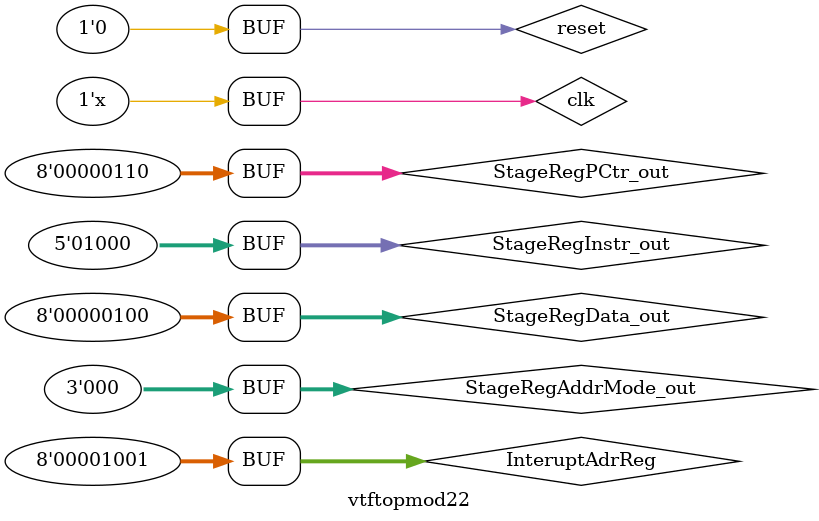
<source format=v>
`timescale 1ns / 1ps


module vtftopmod22;

	// Inputs
	reg [4:0] StageRegInstr_out;
	reg [2:0] StageRegAddrMode_out;
	reg [7:0] StageRegData_out;
	reg [7:0] StageRegPCtr_out;
	reg clk;
	reg reset;
	reg [7:0] InteruptAdrReg;

	// Outputs
	wire [7:0] ACCout;
	wire coutRegout;
	wire zeroRegout;
	wire overflowRegout;
	wire [7:0] NextPctr;
	wire StageComplete;

	// Instantiate the Unit Under Test (UUT)
	topMod uut (
		.StageRegInstr_out(StageRegInstr_out), 
		.StageRegAddrMode_out(StageRegAddrMode_out), 
		.StageRegData_out(StageRegData_out), 
		.StageRegPCtr_out(StageRegPCtr_out), 
		.clk(clk), 
		.reset(reset), 
		.ACCout(ACCout), 
		.coutRegout(coutRegout), 
		.zeroRegout(zeroRegout), 
		.overflowRegout(overflowRegout), 
		.NextPctr(NextPctr), 
		.StageComplete(StageComplete), 
		.InteruptAdrReg(InteruptAdrReg)
	);

	initial begin
		// Initialize Inputs
		StageRegInstr_out = 0;
		StageRegAddrMode_out = 0;
		StageRegData_out = 0;
		StageRegPCtr_out = 0;
		clk = 0;
		reset = 0;
		InteruptAdrReg = 0;

		// Wait 100 ns for global reset to fin
		#100;
		reset=1;
		      StageRegInstr_out=5'b01000;
		StageRegAddrMode_out=3'b000;
		StageRegData_out=4;
		StageRegPCtr_out=6;
		InteruptAdrReg=9;  
		  
		#30;
		reset=0;
		  
		  
		// Add stimulus here
		
		

	end
      
		
		always begin
		#20 clk=~clk;
		end
		
endmodule


</source>
